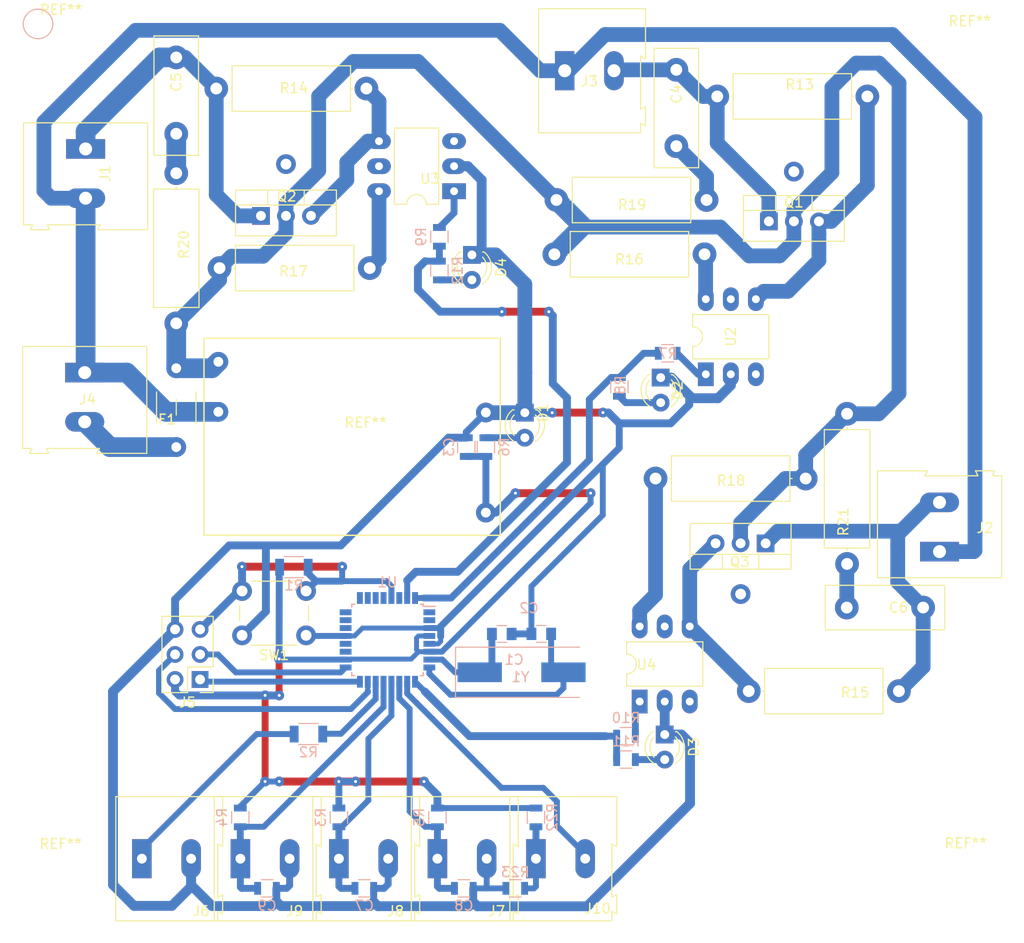
<source format=kicad_pcb>
(kicad_pcb (version 20171130) (host pcbnew "(5.1.10)-1")
  (layers (0 F.Cu signal) (31 B.Cu signal) (34 B.Paste user hide) (35 F.Paste user hide) (36 B.SilkS user hide) (37 F.SilkS user) (38 B.Mask user hide) (39 F.Mask user hide) (44 Edge.Cuts user hide))
  (net 0 "")
  (net 1 "Net-(C1-Pad1)")
  (net 2 Earth)
  (net 3 "Net-(C2-Pad1)")
  (net 4 +5V)
  (net 5 "Net-(C4-Pad2)")
  (net 6 /Pump)
  (net 7 /Valve)
  (net 8 "Net-(C5-Pad2)")
  (net 9 "Net-(C6-Pad2)")
  (net 10 /Motor)
  (net 11 /Button)
  (net 12 /Switch)
  (net 13 /Float)
  (net 14 "Net-(D1-Pad2)")
  (net 15 "Net-(F1-Pad1)")
  (net 16 /RST)
  (net 17 /MOSI)
  (net 18 /SCK)
  (net 19 /MISO)
  (net 20 /Led)
  (net 21 "Net-(J10-Pad1)")
  (net 22 "Net-(Q1-Pad3)")
  (net 23 "Net-(Q2-Pad3)")
  (net 24 "Net-(Q3-Pad3)")
  (net 25 "Net-(R2-Pad2)")
  (net 26 /PumpPin)
  (net 27 /MotorPin)
  (net 28 "Net-(U1-Pad28)")
  (net 29 "Net-(U1-Pad27)")
  (net 30 "Net-(U1-Pad26)")
  (net 31 "Net-(U1-Pad25)")
  (net 32 "Net-(U1-Pad24)")
  (net 33 "Net-(U1-Pad23)")
  (net 34 "Net-(U2-Pad5)")
  (net 35 "Net-(U2-Pad3)")
  (net 36 "Net-(U3-Pad3)")
  (net 37 "Net-(U3-Pad5)")
  (net 38 "Net-(U4-Pad3)")
  (net 39 "Net-(U4-Pad5)")
  (net 40 /220_In1)
  (net 41 /220_In2)
  (net 42 "Net-(R7-Pad1)")
  (net 43 "Net-(U1-Pad22)")
  (net 44 "Net-(U1-Pad20)")
  (net 45 "Net-(U1-Pad19)")
  (net 46 "Net-(U1-Pad1)")
  (net 47 /ValvePin)
  (net 48 /PD6)
  (net 49 "Net-(U1-Pad30)")
  (net 50 "Net-(U1-Pad2)")
  (net 51 "Net-(D2-Pad2)")
  (net 52 "Net-(D3-Pad2)")
  (net 53 "Net-(D4-Pad2)")
  (net 54 "Net-(R9-Pad1)")
  (net 55 "Net-(R10-Pad1)")
  (net 56 "Net-(R16-Pad2)")
  (net 57 "Net-(R17-Pad2)")
  (net 58 "Net-(R18-Pad2)")
  (module Housings_DIP:DIP-6_W7.62mm_LongPads (layer F.Cu) (at 74.9 82.57 90)
    (fp_text reference U4 (at 3.73 0.69 180) (layer F.SilkS))
    (fp_text value MOC3023M)
    (pad 1 thru_hole rect (at 0 0 90) (size 2.4 1.6) (drill 0.8) (layers *.Cu *.Mask) (net 55 "Net-(R10-Pad1)"))
    (pad 4 thru_hole oval (at 7.62 5.08 90) (size 2.4 1.6) (drill 0.8) (layers *.Cu *.Mask) (net 24 "Net-(Q3-Pad3)"))
    (pad 2 thru_hole oval (at 0 2.54 90) (size 2.4 1.6) (drill 0.8) (layers *.Cu *.Mask) (net 2 Earth))
    (pad 5 thru_hole oval (at 7.62 2.54 90) (size 2.4 1.6) (drill 0.8) (layers *.Cu *.Mask) (net 39 "Net-(U4-Pad5)"))
    (pad 3 thru_hole oval (at 0 5.08 90) (size 2.4 1.6) (drill 0.8) (layers *.Cu *.Mask) (net 38 "Net-(U4-Pad3)"))
    (pad 6 thru_hole oval (at 7.62 0 90) (size 2.4 1.6) (drill 0.8) (layers *.Cu *.Mask) (net 58 "Net-(R18-Pad2)"))
  )
  (module Housings_DIP:DIP-6_W7.62mm_LongPads (layer F.Cu) (at 81.61 49.35 90)
    (fp_text reference U2 (at 3.8 2.54 90) (layer F.SilkS))
    (fp_text value MOC3023M)
    (pad 1 thru_hole rect (at 0 0 90) (size 2.4 1.6) (drill 0.8) (layers *.Cu *.Mask) (net 42 "Net-(R7-Pad1)"))
    (pad 4 thru_hole oval (at 7.62 5.08 90) (size 2.4 1.6) (drill 0.8) (layers *.Cu *.Mask) (net 22 "Net-(Q1-Pad3)"))
    (pad 2 thru_hole oval (at 0 2.54 90) (size 2.4 1.6) (drill 0.8) (layers *.Cu *.Mask) (net 2 Earth))
    (pad 5 thru_hole oval (at 7.62 2.54 90) (size 2.4 1.6) (drill 0.8) (layers *.Cu *.Mask) (net 34 "Net-(U2-Pad5)"))
    (pad 3 thru_hole oval (at 0 5.08 90) (size 2.4 1.6) (drill 0.8) (layers *.Cu *.Mask) (net 35 "Net-(U2-Pad3)"))
    (pad 6 thru_hole oval (at 7.62 0 90) (size 2.4 1.6) (drill 0.8) (layers *.Cu *.Mask) (net 56 "Net-(R16-Pad2)"))
  )
  (module Housings_DIP:DIP-6_W7.62mm_LongPads (layer F.Cu) (at 56.06 30.77 180)
    (fp_text reference U3 (at 2.44 1.26) (layer F.SilkS))
    (fp_text value MOC3023M)
    (pad 1 thru_hole rect (at 0 0 180) (size 2.4 1.6) (drill 0.8) (layers *.Cu *.Mask) (net 54 "Net-(R9-Pad1)"))
    (pad 4 thru_hole oval (at 7.62 5.08 180) (size 2.4 1.6) (drill 0.8) (layers *.Cu *.Mask) (net 23 "Net-(Q2-Pad3)"))
    (pad 2 thru_hole oval (at 0 2.54 180) (size 2.4 1.6) (drill 0.8) (layers *.Cu *.Mask) (net 2 Earth))
    (pad 5 thru_hole oval (at 7.62 2.54 180) (size 2.4 1.6) (drill 0.8) (layers *.Cu *.Mask) (net 37 "Net-(U3-Pad5)"))
    (pad 3 thru_hole oval (at 0 5.08 180) (size 2.4 1.6) (drill 0.8) (layers *.Cu *.Mask) (net 36 "Net-(U3-Pad3)"))
    (pad 6 thru_hole oval (at 7.62 0 180) (size 2.4 1.6) (drill 0.8) (layers *.Cu *.Mask) (net 57 "Net-(R17-Pad2)"))
  )
  (module Mounting_Holes:MountingHole_3.2mm_M3_DIN965 (layer F.Cu) (at 107.98 100.75)
    (fp_text reference REF** (at 0 -3.8) (layer F.SilkS))
    (fp_text value .)
    (pad 1 np_thru_hole circle (at 0 0) (size 3.2 3.2) (drill 3.2) (layers *.Cu *.Mask))
  )
  (module Mounting_Holes:MountingHole_3.2mm_M3_DIN965 (layer F.Cu) (at 16.12 100.82)
    (fp_text reference REF** (at 0 -3.8) (layer F.SilkS))
    (fp_text value .)
    (pad 1 np_thru_hole circle (at 0 0) (size 3.2 3.2) (drill 3.2) (layers *.Cu *.Mask))
  )
  (module LEDs:LED_D3.0mm (layer F.Cu) (at 77.03 49.69 270)
    (fp_text reference D2 (at 1.3 -1.71 90) (layer F.SilkS))
    (fp_text value LED)
    (pad 2 thru_hole circle (at 2.54 0 270) (size 1.8 1.8) (drill 0.9) (layers *.Cu *.Mask) (net 51 "Net-(D2-Pad2)"))
    (pad 1 thru_hole rect (at 0 0 270) (size 1.8 1.8) (drill 0.9) (layers *.Cu *.Mask) (net 2 Earth))
  )
  (module Resistors_SMD:R_0805 (layer B.Cu) (at 72.84 50.63 90)
    (fp_text reference R8 (at 0.19 0.1 90) (layer B.SilkS) (effects (justify mirror)))
    (fp_text value 220)
    (pad 1 smd rect (at -0.95 0 90) (size 0.7 1.3) (layers B.Cu B.Paste B.Mask) (net 51 "Net-(D2-Pad2)"))
    (pad 2 smd rect (at 0.95 0 90) (size 0.7 1.3) (layers B.Cu B.Paste B.Mask) (net 26 /PumpPin))
  )
  (module Resistors_SMD:R_0805 (layer B.Cu) (at 77.74 47.22 180)
    (fp_text reference R7 (at -0.02 -0.02) (layer B.SilkS) (effects (justify mirror)))
    (fp_text value 220)
    (pad 1 smd rect (at -0.95 0 180) (size 0.7 1.3) (layers B.Cu B.Paste B.Mask) (net 42 "Net-(R7-Pad1)"))
    (pad 2 smd rect (at 0.95 0 180) (size 0.7 1.3) (layers B.Cu B.Paste B.Mask) (net 26 /PumpPin))
  )
  (module Mounting_Holes:MountingHole_3.2mm_M3_DIN965 (layer F.Cu) (at 107.82 16.01)
    (fp_text reference REF** (at 0.57 -2.5) (layer F.SilkS))
    (fp_text value .)
    (pad 1 np_thru_hole circle (at 0 0) (size 3.2 3.2) (drill 3.2) (layers *.Cu *.Mask))
  )
  (module Mounting_Holes:MountingHole_3.2mm_M3_DIN965 (layer F.Cu) (at 16.18 16.15)
    (fp_text reference REF** (at 0 -3.8) (layer F.SilkS))
    (fp_text value .)
    (pad 1 np_thru_hole circle (at 0 0) (size 3.2 3.2) (drill 3.2) (layers *.Cu *.Mask))
  )
  (module Resistors_SMD:R_0805 (layer B.Cu) (at 54.57 38.82 90)
    (fp_text reference R12 (at 0 1.85 90) (layer B.SilkS) (effects (justify mirror)))
    (fp_text value 220)
    (pad 1 smd rect (at -0.95 0 90) (size 0.7 1.3) (layers B.Cu B.Paste B.Mask) (net 53 "Net-(D4-Pad2)"))
    (pad 2 smd rect (at 0.95 0 90) (size 0.7 1.3) (layers B.Cu B.Paste B.Mask) (net 47 /ValvePin))
  )
  (module Resistors_SMD:R_0805 (layer B.Cu) (at 54.57 35.4 270)
    (fp_text reference R9 (at 0 1.85 90) (layer B.SilkS) (effects (justify mirror)))
    (fp_text value 220)
    (pad 1 smd rect (at -0.95 0 270) (size 0.7 1.3) (layers B.Cu B.Paste B.Mask) (net 54 "Net-(R9-Pad1)"))
    (pad 2 smd rect (at 0.95 0 270) (size 0.7 1.3) (layers B.Cu B.Paste B.Mask) (net 47 /ValvePin))
  )
  (module LEDs:LED_D3.0mm (layer F.Cu) (at 57.87 37.23 270)
    (fp_text reference D4 (at 1.27 -2.96 90) (layer F.SilkS))
    (fp_text value LED)
    (pad 2 thru_hole circle (at 2.54 0 270) (size 1.8 1.8) (drill 0.9) (layers *.Cu *.Mask) (net 53 "Net-(D4-Pad2)"))
    (pad 1 thru_hole rect (at 0 0 270) (size 1.8 1.8) (drill 0.9) (layers *.Cu *.Mask) (net 2 Earth))
  )
  (module Resistors_SMD:R_0805 (layer B.Cu) (at 34.36 94.33 270)
    (fp_text reference R4 (at 0 1.85 90) (layer B.SilkS) (effects (justify mirror)))
    (fp_text value 150k)
    (pad 2 smd rect (at 0.95 0 270) (size 0.7 1.3) (layers B.Cu B.Paste B.Mask) (net 11 /Button))
    (pad 1 smd rect (at -0.95 0 270) (size 0.7 1.3) (layers B.Cu B.Paste B.Mask) (net 4 +5V))
  )
  (module Resistors_SMD:R_0805 (layer B.Cu) (at 37.07 101.53)
    (fp_text reference C9 (at 0 1.75) (layer B.SilkS) (effects (justify mirror)))
    (fp_text value 0.33uF)
    (pad 2 smd rect (at 0.95 0) (size 0.7 1.3) (layers B.Cu B.Paste B.Mask) (net 2 Earth))
    (pad 1 smd rect (at -0.95 0) (size 0.7 1.3) (layers B.Cu B.Paste B.Mask) (net 11 /Button))
  )
  (module Resistors_SMD:R_0805 (layer B.Cu) (at 46.95 101.53)
    (fp_text reference C7 (at 0 1.75) (layer B.SilkS) (effects (justify mirror)))
    (fp_text value 0.33uF)
    (pad 2 smd rect (at 0.95 0) (size 0.7 1.3) (layers B.Cu B.Paste B.Mask) (net 2 Earth))
    (pad 1 smd rect (at -0.95 0) (size 0.7 1.3) (layers B.Cu B.Paste B.Mask) (net 12 /Switch))
  )
  (module Resistors_SMD:R_0805 (layer B.Cu) (at 57.05 101.53)
    (fp_text reference C8 (at 0 1.75) (layer B.SilkS) (effects (justify mirror)))
    (fp_text value 0.33uF)
    (pad 2 smd rect (at 0.95 0) (size 0.7 1.3) (layers B.Cu B.Paste B.Mask) (net 2 Earth))
    (pad 1 smd rect (at -0.95 0) (size 0.7 1.3) (layers B.Cu B.Paste B.Mask) (net 13 /Float))
  )
  (module Connectors_Terminal_Blocks:TerminalBlock_Altech_AK300-2_P5.00mm (layer F.Cu) (at 54.37 98.52)
    (fp_text reference J7 (at 6.018 5.316) (layer F.SilkS))
    (fp_text value FloatOUT)
    (pad 1 thru_hole rect (at 0 0) (size 1.98 3.96) (drill 1) (layers *.Cu *.Mask) (net 13 /Float))
    (pad 2 thru_hole oval (at 5 0) (size 1.98 3.96) (drill 1) (layers *.Cu *.Mask) (net 2 Earth))
  )
  (module Resistors_SMD:R_0805 (layer B.Cu) (at 44.37 94.33 270)
    (fp_text reference R3 (at 0 1.85 90) (layer B.SilkS) (effects (justify mirror)))
    (fp_text value 150k)
    (pad 2 smd rect (at 0.95 0 270) (size 0.7 1.3) (layers B.Cu B.Paste B.Mask) (net 12 /Switch))
    (pad 1 smd rect (at -0.95 0 270) (size 0.7 1.3) (layers B.Cu B.Paste B.Mask) (net 4 +5V))
  )
  (module Resistors_SMD:R_0805 (layer B.Cu) (at 64.37 94.33 90)
    (fp_text reference R22 (at 0 1.65 90) (layer B.SilkS) (effects (justify mirror)))
    (fp_text value R hide)
    (pad 1 smd rect (at -0.95 0 90) (size 0.7 1.3) (layers B.Cu B.Paste B.Mask) (net 21 "Net-(J10-Pad1)"))
    (pad 2 smd rect (at 0.95 0 90) (size 0.7 1.3) (layers B.Cu B.Paste B.Mask) (net 4 +5V))
  )
  (module Resistors_SMD:R_0805 (layer B.Cu) (at 54.37 94.33 270)
    (fp_text reference R5 (at 0 1.85 90) (layer B.SilkS) (effects (justify mirror)))
    (fp_text value 150k)
    (pad 2 smd rect (at 0.95 0 270) (size 0.7 1.3) (layers B.Cu B.Paste B.Mask) (net 13 /Float))
    (pad 1 smd rect (at -0.95 0 270) (size 0.7 1.3) (layers B.Cu B.Paste B.Mask) (net 4 +5V))
  )
  (module Connectors_Terminal_Blocks:TerminalBlock_Altech_AK300-2_P5.00mm (layer F.Cu) (at 34.37 98.52)
    (fp_text reference J9 (at 5.51 5.316) (layer F.SilkS))
    (fp_text value ButtonOUT)
    (pad 2 thru_hole oval (at 5 0) (size 1.98 3.96) (drill 1) (layers *.Cu *.Mask) (net 2 Earth))
    (pad 1 thru_hole rect (at 0 0) (size 1.98 3.96) (drill 1) (layers *.Cu *.Mask) (net 11 /Button))
  )
  (module Connectors_Terminal_Blocks:TerminalBlock_Altech_AK300-2_P5.00mm (layer F.Cu) (at 24.37 98.52)
    (fp_text reference J6 (at 6.018 5.316) (layer F.SilkS))
    (fp_text value LedOUT)
    (pad 2 thru_hole oval (at 5 0) (size 1.98 3.96) (drill 1) (layers *.Cu *.Mask) (net 2 Earth))
    (pad 1 thru_hole rect (at 0 0) (size 1.98 3.96) (drill 1) (layers *.Cu *.Mask) (net 20 /Led))
  )
  (module Connectors_Terminal_Blocks:TerminalBlock_Altech_AK300-2_P5.00mm (layer F.Cu) (at 44.37 98.52)
    (fp_text reference J8 (at 5.764 5.316) (layer F.SilkS))
    (fp_text value SwitchOUT)
    (pad 1 thru_hole rect (at 0 0) (size 1.98 3.96) (drill 1) (layers *.Cu *.Mask) (net 12 /Switch))
    (pad 2 thru_hole oval (at 5 0) (size 1.98 3.96) (drill 1) (layers *.Cu *.Mask) (net 2 Earth))
  )
  (module Resistors_SMD:R_0805 (layer B.Cu) (at 62.27 101.53 180)
    (fp_text reference R23 (at 0 1.65) (layer B.SilkS) (effects (justify mirror)))
    (fp_text value R hide)
    (pad 1 smd rect (at -0.95 0 180) (size 0.7 1.3) (layers B.Cu B.Paste B.Mask) (net 21 "Net-(J10-Pad1)"))
    (pad 2 smd rect (at 0.95 0 180) (size 0.7 1.3) (layers B.Cu B.Paste B.Mask) (net 2 Earth))
  )
  (module Connectors_Terminal_Blocks:TerminalBlock_Altech_AK300-2_P5.00mm (layer F.Cu) (at 64.37 98.52)
    (fp_text reference J10 (at 6.272 5.062) (layer F.SilkS))
    (fp_text value PD6)
    (pad 2 thru_hole oval (at 5 0) (size 1.98 3.96) (drill 1) (layers *.Cu *.Mask) (net 48 /PD6))
    (pad 1 thru_hole rect (at 0 0) (size 1.98 3.96) (drill 1) (layers *.Cu *.Mask) (net 21 "Net-(J10-Pad1)"))
  )
  (module Resistors_SMD:R_1206 (layer B.Cu) (at 39.8 68.93)
    (fp_text reference R1 (at 0 1.85) (layer B.SilkS) (effects (justify mirror)))
    (fp_text value 10k)
    (pad 1 smd rect (at -1.45 0) (size 0.9 1.7) (layers B.Cu B.Paste B.Mask) (net 4 +5V))
    (pad 2 smd rect (at 1.45 0) (size 0.9 1.7) (layers B.Cu B.Paste B.Mask) (net 16 /RST))
  )
  (module Pin_Headers:Pin_Header_Straight_2x03_Pitch2.54mm (layer F.Cu) (at 30.28 80.33 180)
    (fp_text reference J5 (at 1.27 -2.33) (layer F.SilkS))
    (fp_text value ISCP)
    (pad 6 thru_hole oval (at 2.54 5.08 180) (size 1.7 1.7) (drill 1) (layers *.Cu *.Mask) (net 2 Earth))
    (pad 5 thru_hole oval (at 0 5.08 180) (size 1.7 1.7) (drill 1) (layers *.Cu *.Mask) (net 16 /RST))
    (pad 4 thru_hole oval (at 2.54 2.54 180) (size 1.7 1.7) (drill 1) (layers *.Cu *.Mask) (net 17 /MOSI))
    (pad 3 thru_hole oval (at 0 2.54 180) (size 1.7 1.7) (drill 1) (layers *.Cu *.Mask) (net 18 /SCK))
    (pad 2 thru_hole oval (at 2.54 0 180) (size 1.7 1.7) (drill 1) (layers *.Cu *.Mask) (net 4 +5V))
    (pad 1 thru_hole rect (at 0 0 180) (size 1.7 1.7) (drill 1) (layers *.Cu *.Mask) (net 19 /MISO))
  )
  (module Crystals:Crystal_SMD_HC49-SD (layer B.Cu) (at 62.91 79.6)
    (fp_text reference Y1 (at -0.11 0.48 180) (layer B.SilkS) (effects (justify mirror)))
    (fp_text value 16MHz)
    (pad 2 smd rect (at 4.25 0) (size 4.5 2) (layers B.Cu B.Paste B.Mask) (net 3 "Net-(C2-Pad1)"))
    (pad 1 smd rect (at -4.25 0) (size 4.5 2) (layers B.Cu B.Paste B.Mask) (net 1 "Net-(C1-Pad1)"))
  )
  (module Housings_QFP:LQFP-32_7x7mm_Pitch0.8mm (layer B.Cu) (at 49.3 76.31 180)
    (fp_text reference U1 (at 0 5.85) (layer B.SilkS) (effects (justify mirror)))
    (fp_text value ATmega8A-AU)
    (pad 32 smd rect (at -2.8 4.25 90) (size 1.2 0.6) (layers B.Cu B.Paste B.Mask) (net 26 /PumpPin))
    (pad 31 smd rect (at -2 4.25 90) (size 1.2 0.6) (layers B.Cu B.Paste B.Mask) (net 47 /ValvePin))
    (pad 30 smd rect (at -1.2 4.25 90) (size 1.2 0.6) (layers B.Cu B.Paste B.Mask) (net 49 "Net-(U1-Pad30)"))
    (pad 29 smd rect (at -0.4 4.25 90) (size 1.2 0.6) (layers B.Cu B.Paste B.Mask) (net 16 /RST))
    (pad 28 smd rect (at 0.4 4.25 90) (size 1.2 0.6) (layers B.Cu B.Paste B.Mask) (net 28 "Net-(U1-Pad28)"))
    (pad 27 smd rect (at 1.2 4.25 90) (size 1.2 0.6) (layers B.Cu B.Paste B.Mask) (net 29 "Net-(U1-Pad27)"))
    (pad 26 smd rect (at 2 4.25 90) (size 1.2 0.6) (layers B.Cu B.Paste B.Mask) (net 30 "Net-(U1-Pad26)"))
    (pad 25 smd rect (at 2.8 4.25 90) (size 1.2 0.6) (layers B.Cu B.Paste B.Mask) (net 31 "Net-(U1-Pad25)"))
    (pad 24 smd rect (at 4.25 2.8 180) (size 1.2 0.6) (layers B.Cu B.Paste B.Mask) (net 32 "Net-(U1-Pad24)"))
    (pad 23 smd rect (at 4.25 2 180) (size 1.2 0.6) (layers B.Cu B.Paste B.Mask) (net 33 "Net-(U1-Pad23)"))
    (pad 22 smd rect (at 4.25 1.2 180) (size 1.2 0.6) (layers B.Cu B.Paste B.Mask) (net 43 "Net-(U1-Pad22)"))
    (pad 21 smd rect (at 4.25 0.4 180) (size 1.2 0.6) (layers B.Cu B.Paste B.Mask) (net 2 Earth))
    (pad 20 smd rect (at 4.25 -0.4 180) (size 1.2 0.6) (layers B.Cu B.Paste B.Mask) (net 44 "Net-(U1-Pad20)"))
    (pad 19 smd rect (at 4.25 -1.2 180) (size 1.2 0.6) (layers B.Cu B.Paste B.Mask) (net 45 "Net-(U1-Pad19)"))
    (pad 18 smd rect (at 4.25 -2 180) (size 1.2 0.6) (layers B.Cu B.Paste B.Mask) (net 4 +5V))
    (pad 17 smd rect (at 4.25 -2.8 180) (size 1.2 0.6) (layers B.Cu B.Paste B.Mask) (net 18 /SCK))
    (pad 16 smd rect (at 2.8 -4.25 90) (size 1.2 0.6) (layers B.Cu B.Paste B.Mask) (net 19 /MISO))
    (pad 15 smd rect (at 2 -4.25 90) (size 1.2 0.6) (layers B.Cu B.Paste B.Mask) (net 17 /MOSI))
    (pad 14 smd rect (at 1.2 -4.25 90) (size 1.2 0.6) (layers B.Cu B.Paste B.Mask) (net 25 "Net-(R2-Pad2)"))
    (pad 13 smd rect (at 0.4 -4.25 90) (size 1.2 0.6) (layers B.Cu B.Paste B.Mask) (net 11 /Button))
    (pad 12 smd rect (at -0.4 -4.25 90) (size 1.2 0.6) (layers B.Cu B.Paste B.Mask) (net 12 /Switch))
    (pad 11 smd rect (at -1.2 -4.25 90) (size 1.2 0.6) (layers B.Cu B.Paste B.Mask) (net 13 /Float))
    (pad 10 smd rect (at -2 -4.25 90) (size 1.2 0.6) (layers B.Cu B.Paste B.Mask) (net 48 /PD6))
    (pad 9 smd rect (at -2.8 -4.25 90) (size 1.2 0.6) (layers B.Cu B.Paste B.Mask) (net 27 /MotorPin))
    (pad 8 smd rect (at -4.25 -2.8 180) (size 1.2 0.6) (layers B.Cu B.Paste B.Mask) (net 3 "Net-(C2-Pad1)"))
    (pad 7 smd rect (at -4.25 -2 180) (size 1.2 0.6) (layers B.Cu B.Paste B.Mask) (net 1 "Net-(C1-Pad1)"))
    (pad 6 smd rect (at -4.25 -1.2 180) (size 1.2 0.6) (layers B.Cu B.Paste B.Mask) (net 4 +5V))
    (pad 5 smd rect (at -4.25 -0.4 180) (size 1.2 0.6) (layers B.Cu B.Paste B.Mask) (net 2 Earth))
    (pad 4 smd rect (at -4.25 0.4 180) (size 1.2 0.6) (layers B.Cu B.Paste B.Mask) (net 4 +5V))
    (pad 3 smd rect (at -4.25 1.2 180) (size 1.2 0.6) (layers B.Cu B.Paste B.Mask) (net 2 Earth))
    (pad 2 smd rect (at -4.25 2 180) (size 1.2 0.6) (layers B.Cu B.Paste B.Mask) (net 50 "Net-(U1-Pad2)"))
    (pad 1 smd rect (at -4.25 2.8 180) (size 1.2 0.6) (layers B.Cu B.Paste B.Mask) (net 46 "Net-(U1-Pad1)"))
  )
  (module Buttons_Switches_THT:SW_PUSH_6mm (layer F.Cu) (at 41.04 75.85 180)
    (fp_text reference SW1 (at 3.25 -2) (layer F.SilkS))
    (fp_text value SW_Push)
    (pad 1 thru_hole circle (at 6.5 0 270) (size 2 2) (drill 1.1) (layers *.Cu *.Mask) (net 2 Earth))
    (pad 2 thru_hole circle (at 6.5 4.5 270) (size 2 2) (drill 1.1) (layers *.Cu *.Mask) (net 16 /RST))
    (pad 1 thru_hole circle (at 0 0 270) (size 2 2) (drill 1.1) (layers *.Cu *.Mask) (net 2 Earth))
    (pad 2 thru_hole circle (at 0 4.5 270) (size 2 2) (drill 1.1) (layers *.Cu *.Mask) (net 16 /RST))
  )
  (module Resistors_SMD:R_1206 (layer B.Cu) (at 41.28 85.87)
    (fp_text reference R2 (at 0 1.85) (layer B.SilkS) (effects (justify mirror)))
    (fp_text value 270)
    (pad 1 smd rect (at -1.45 0) (size 0.9 1.7) (layers B.Cu B.Paste B.Mask) (net 20 /Led))
    (pad 2 smd rect (at 1.45 0) (size 0.9 1.7) (layers B.Cu B.Paste B.Mask) (net 25 "Net-(R2-Pad2)"))
  )
  (module Capacitors_SMD:C_0805 (layer B.Cu) (at 64.91 75.7 180)
    (fp_text reference C2 (at 1.25 2.61 180) (layer B.SilkS) (effects (justify mirror)))
    (fp_text value 22p)
    (pad 1 smd rect (at -1 0 180) (size 1 1.25) (layers B.Cu B.Paste B.Mask) (net 3 "Net-(C2-Pad1)"))
    (pad 2 smd rect (at 1 0 180) (size 1 1.25) (layers B.Cu B.Paste B.Mask) (net 2 Earth))
  )
  (module Capacitors_SMD:C_0805 (layer B.Cu) (at 60.9 75.71)
    (fp_text reference C1 (at 1.25 2.61 180) (layer B.SilkS) (effects (justify mirror)))
    (fp_text value 22p)
    (pad 1 smd rect (at -1 0) (size 1 1.25) (layers B.Cu B.Paste B.Mask) (net 1 "Net-(C1-Pad1)"))
    (pad 2 smd rect (at 1 0) (size 1 1.25) (layers B.Cu B.Paste B.Mask) (net 2 Earth))
  )
  (module Capacitors_THT:C_Disc_D12.0mm_W4.4mm_P7.75mm (layer F.Cu) (at 78.62 18.45 270)
    (fp_text reference C4 (at 2.46 -0.02 90) (layer F.SilkS))
    (fp_text value 0.01uF)
    (pad 1 thru_hole circle (at 0 0 270) (size 2.4 2.4) (drill 1.2) (layers *.Cu *.Mask) (net 6 /Pump))
    (pad 2 thru_hole circle (at 7.75 0 270) (size 2.4 2.4) (drill 1.2) (layers *.Cu *.Mask) (net 5 "Net-(C4-Pad2)"))
  )
  (module Capacitors_THT:C_Disc_D12.0mm_W4.4mm_P7.75mm (layer F.Cu) (at 27.86 17.19 270)
    (fp_text reference C5 (at 2.498 -0.002 90) (layer F.SilkS))
    (fp_text value 0.01uF)
    (pad 1 thru_hole circle (at 0 0 270) (size 2.4 2.4) (drill 1.2) (layers *.Cu *.Mask) (net 7 /Valve))
    (pad 2 thru_hole circle (at 7.75 0 270) (size 2.4 2.4) (drill 1.2) (layers *.Cu *.Mask) (net 8 "Net-(C5-Pad2)"))
  )
  (module Capacitors_THT:C_Disc_D12.0mm_W4.4mm_P7.75mm (layer F.Cu) (at 103.67 73.03 180)
    (fp_text reference C6 (at 2.5 0) (layer F.SilkS))
    (fp_text value 0.01uF)
    (pad 2 thru_hole circle (at 7.75 0 180) (size 2.4 2.4) (drill 1.2) (layers *.Cu *.Mask) (net 9 "Net-(C6-Pad2)"))
    (pad 1 thru_hole circle (at 0 0 180) (size 2.4 2.4) (drill 1.2) (layers *.Cu *.Mask) (net 10 /Motor))
  )
  (module "Library:BP pod vpaiky" (layer F.Cu) (at 60.744 65.694 180)
    (fp_text reference REF** (at 13.6728 11.436 180) (layer F.SilkS))
    (fp_text value BP_12V)
    (pad 1 thru_hole circle (at 28.61 17.61 180) (size 2 2) (drill 1) (layers *.Cu *.Mask) (net 40 /220_In1))
    (pad 2 thru_hole circle (at 28.61 12.53 180) (size 2 2) (drill 1) (layers *.Cu *.Mask) (net 41 /220_In2))
    (pad 3 thru_hole circle (at 1.46 2.3 180) (size 2 2) (drill 1) (layers *.Cu *.Mask) (net 4 +5V))
    (pad 4 thru_hole circle (at 1.46 12.46 180) (size 2 2) (drill 1) (layers *.Cu *.Mask) (net 2 Earth))
  )
  (module Resistors_SMD:R_0805 (layer B.Cu) (at 73.51 88.46 180)
    (fp_text reference R11 (at 0 1.85) (layer B.SilkS) (effects (justify mirror)))
    (fp_text value 220)
    (pad 1 smd rect (at -0.95 0 180) (size 0.7 1.3) (layers B.Cu B.Paste B.Mask) (net 52 "Net-(D3-Pad2)"))
    (pad 2 smd rect (at 0.95 0 180) (size 0.7 1.3) (layers B.Cu B.Paste B.Mask) (net 27 /MotorPin))
  )
  (module Resistors_SMD:R_0805 (layer B.Cu) (at 73.51 86.08 180)
    (fp_text reference R10 (at 0 1.85) (layer B.SilkS) (effects (justify mirror)))
    (fp_text value 220)
    (pad 1 smd rect (at -0.95 0 180) (size 0.7 1.3) (layers B.Cu B.Paste B.Mask) (net 55 "Net-(R10-Pad1)"))
    (pad 2 smd rect (at 0.95 0 180) (size 0.7 1.3) (layers B.Cu B.Paste B.Mask) (net 27 /MotorPin))
  )
  (module Resistors_SMD:R_0805 (layer B.Cu) (at 57.3 56.74 270)
    (fp_text reference C3 (at 0 1.75 90) (layer B.SilkS) (effects (justify mirror)))
    (fp_text value 100nF)
    (pad 1 smd rect (at -0.95 0 270) (size 0.7 1.3) (layers B.Cu B.Paste B.Mask) (net 2 Earth))
    (pad 2 smd rect (at 0.95 0 270) (size 0.7 1.3) (layers B.Cu B.Paste B.Mask) (net 4 +5V))
  )
  (module Resistors_SMD:R_0805 (layer B.Cu) (at 59.29 56.74 90)
    (fp_text reference R6 (at 0 1.85 90) (layer B.SilkS) (effects (justify mirror)))
    (fp_text value 270)
    (pad 1 smd rect (at -0.95 0 90) (size 0.7 1.3) (layers B.Cu B.Paste B.Mask) (net 4 +5V))
    (pad 2 smd rect (at 0.95 0 90) (size 0.7 1.3) (layers B.Cu B.Paste B.Mask) (net 14 "Net-(D1-Pad2)"))
  )
  (module LEDs:LED_D3.0mm (layer F.Cu) (at 77.44 85.92 270)
    (fp_text reference D3 (at 1.27 -2.96 90) (layer F.SilkS))
    (fp_text value LED)
    (pad 2 thru_hole circle (at 2.54 0 270) (size 1.8 1.8) (drill 0.9) (layers *.Cu *.Mask) (net 52 "Net-(D3-Pad2)"))
    (pad 1 thru_hole rect (at 0 0 270) (size 1.8 1.8) (drill 0.9) (layers *.Cu *.Mask) (net 2 Earth))
  )
  (module LEDs:LED_D3.0mm (layer F.Cu) (at 63.24 53.25 270)
    (fp_text reference D1 (at 0 -1.85 90) (layer F.SilkS))
    (fp_text value LED)
    (pad 1 thru_hole rect (at 0 0 270) (size 1.8 1.8) (drill 0.9) (layers *.Cu *.Mask) (net 2 Earth))
    (pad 2 thru_hole circle (at 2.54 0 270) (size 1.8 1.8) (drill 0.9) (layers *.Cu *.Mask) (net 14 "Net-(D1-Pad2)"))
  )
  (module Measurement_Points:Measurement_Point_Round-TH_Big (layer F.Cu) (at 38.998 28.022 270)
    (fp_text reference REF** hide)
    (fp_text value " ")
    (pad 1 thru_hole circle (at 0 0 270) (size 2 2) (drill 1.1) (layers *.Cu *.Mask))
  )
  (module Measurement_Points:Measurement_Point_Round-TH_Big (layer F.Cu) (at 90.55 28.78 270)
    (fp_text reference REF** hide)
    (fp_text value " ")
    (pad 1 thru_hole circle (at 0 0 270) (size 2 2) (drill 1.1) (layers *.Cu *.Mask))
  )
  (module TO_SOT_Packages_THT:TO-220-3_Vertical (layer F.Cu) (at 88.01 33.83)
    (fp_text reference Q1 (at 2.525 -1.925) (layer F.SilkS))
    (fp_text value BT136)
    (pad 3 thru_hole oval (at 5.08 0) (size 1.8 1.8) (drill 1) (layers *.Cu *.Mask) (net 22 "Net-(Q1-Pad3)"))
    (pad 2 thru_hole oval (at 2.54 0) (size 1.8 1.8) (drill 1) (layers *.Cu *.Mask) (net 40 /220_In1))
    (pad 1 thru_hole rect (at 0 0) (size 1.8 1.8) (drill 1) (layers *.Cu *.Mask) (net 6 /Pump))
  )
  (module Resistors_THT:R_Axial_DIN0414_L11.9mm_D4.5mm_P15.24mm_Horizontal (layer F.Cu) (at 81.69 31.66 180)
    (fp_text reference R19 (at 7.55 -0.47) (layer F.SilkS))
    (fp_text value 39)
    (pad 1 thru_hole circle (at 0 0 180) (size 2.4 2.4) (drill 1.2) (layers *.Cu *.Mask) (net 5 "Net-(C4-Pad2)"))
    (pad 2 thru_hole oval (at 15.24 0 180) (size 2.4 2.4) (drill 1.2) (layers *.Cu *.Mask) (net 40 /220_In1))
  )
  (module Resistors_THT:R_Axial_DIN0414_L11.9mm_D4.5mm_P15.24mm_Horizontal (layer F.Cu) (at 82.77 21.15)
    (fp_text reference R13 (at 8.375 -1.2) (layer F.SilkS))
    (fp_text value 330)
    (pad 2 thru_hole oval (at 15.24 0) (size 2.4 2.4) (drill 1.2) (layers *.Cu *.Mask) (net 22 "Net-(Q1-Pad3)"))
    (pad 1 thru_hole circle (at 0 0) (size 2.4 2.4) (drill 1.2) (layers *.Cu *.Mask) (net 6 /Pump))
  )
  (module Resistors_THT:R_Axial_DIN0414_L11.9mm_D4.5mm_P15.24mm_Horizontal (layer F.Cu) (at 66.24 37.17)
    (fp_text reference R16 (at 7.6 0.5) (layer F.SilkS))
    (fp_text value 390)
    (pad 1 thru_hole circle (at 0 0) (size 2.4 2.4) (drill 1.2) (layers *.Cu *.Mask) (net 40 /220_In1))
    (pad 2 thru_hole oval (at 15.24 0) (size 2.4 2.4) (drill 1.2) (layers *.Cu *.Mask) (net 56 "Net-(R16-Pad2)"))
  )
  (module Measurement_Points:Measurement_Point_Round-TH_Big (layer F.Cu) (at 85.144 71.662 90)
    (fp_text reference REF** hide)
    (fp_text value " ")
    (pad 1 thru_hole circle (at 0 0 90) (size 2 2) (drill 1.1) (layers *.Cu *.Mask))
  )
  (module Library:MyBladeFuse (layer F.Cu) (at 27.86 56.74 90)
    (fp_text reference F1 (at 2.8 -0.94 180) (layer F.SilkS))
    (fp_text value Fuse)
    (pad 2 thru_hole oval (at 8 0 90) (size 2 2) (drill 1) (layers *.Cu *.Mask) (net 40 /220_In1))
    (pad 1 thru_hole oval (at 0 0 90) (size 2 2) (drill 1) (layers *.Cu *.Mask) (net 15 "Net-(F1-Pad1)"))
  )
  (module Connectors_Terminal_Blocks:TerminalBlock_Altech_AK300-2_P5.00mm (layer F.Cu) (at 18.66 26.48 270)
    (fp_text reference J1 (at 2.498 -1.992 90) (layer F.SilkS))
    (fp_text value ValveOUT)
    (pad 2 thru_hole oval (at 5 0 270) (size 1.98 3.96) (drill 1.32) (layers *.Cu *.Mask) (net 41 /220_In2))
    (pad 1 thru_hole rect (at 0 0 270) (size 1.98 3.96) (drill 1.32) (layers *.Cu *.Mask) (net 7 /Valve))
  )
  (module Connectors_Terminal_Blocks:TerminalBlock_Altech_AK300-2_P5.00mm (layer F.Cu) (at 18.569 49.18 270)
    (fp_text reference J4 (at 2.72 -0.301 180) (layer F.SilkS))
    (fp_text value 220V_IN)
    (pad 2 thru_hole oval (at 5 0 270) (size 1.98 3.96) (drill 1.32) (layers *.Cu *.Mask) (net 15 "Net-(F1-Pad1)"))
    (pad 1 thru_hole rect (at 0 0 270) (size 1.98 3.96) (drill 1.32) (layers *.Cu *.Mask) (net 41 /220_In2))
  )
  (module Connectors_Terminal_Blocks:TerminalBlock_Altech_AK300-2_P5.00mm (layer F.Cu) (at 105.334 67.352 90)
    (fp_text reference J2 (at 2.402 4.616 180) (layer F.SilkS))
    (fp_text value MotorOUT)
    (pad 2 thru_hole oval (at 5 0 90) (size 1.98 3.96) (drill 1.32) (layers *.Cu *.Mask) (net 10 /Motor))
    (pad 1 thru_hole rect (at 0 0 90) (size 1.98 3.96) (drill 1.32) (layers *.Cu *.Mask) (net 41 /220_In2))
  )
  (module Connectors_Terminal_Blocks:TerminalBlock_Altech_AK300-2_P5.00mm (layer F.Cu) (at 67.29 18.54)
    (fp_text reference J3 (at 2.52 1.07) (layer F.SilkS))
    (fp_text value PumpOUT)
    (pad 1 thru_hole rect (at 0 0) (size 1.98 3.96) (drill 1.32) (layers *.Cu *.Mask) (net 41 /220_In2))
    (pad 2 thru_hole oval (at 5 0) (size 1.98 3.96) (drill 1.32) (layers *.Cu *.Mask) (net 6 /Pump))
  )
  (module TO_SOT_Packages_THT:TO-220-3_Vertical (layer F.Cu) (at 36.458 33.272)
    (fp_text reference Q2 (at 2.602 -1.972) (layer F.SilkS))
    (fp_text value BT136)
    (pad 3 thru_hole oval (at 5.08 0) (size 1.8 1.8) (drill 1) (layers *.Cu *.Mask) (net 23 "Net-(Q2-Pad3)"))
    (pad 2 thru_hole oval (at 2.54 0) (size 1.8 1.8) (drill 1) (layers *.Cu *.Mask) (net 40 /220_In1))
    (pad 1 thru_hole rect (at 0 0) (size 1.8 1.8) (drill 1) (layers *.Cu *.Mask) (net 7 /Valve))
  )
  (module TO_SOT_Packages_THT:TO-220-3_Vertical (layer F.Cu) (at 87.684 66.512 180)
    (fp_text reference Q3 (at 2.624 -1.888) (layer F.SilkS))
    (fp_text value BT136)
    (pad 3 thru_hole oval (at 5.08 0 180) (size 1.8 1.8) (drill 1) (layers *.Cu *.Mask) (net 24 "Net-(Q3-Pad3)"))
    (pad 2 thru_hole oval (at 2.54 0 180) (size 1.8 1.8) (drill 1) (layers *.Cu *.Mask) (net 40 /220_In1))
    (pad 1 thru_hole rect (at 0 0 180) (size 1.8 1.8) (drill 1) (layers *.Cu *.Mask) (net 10 /Motor))
  )
  (module Resistors_THT:R_Axial_DIN0414_L11.9mm_D4.5mm_P15.24mm_Horizontal (layer F.Cu) (at 31.92 20.35)
    (fp_text reference R14 (at 7.892 -0.042) (layer F.SilkS))
    (fp_text value 330)
    (pad 1 thru_hole circle (at 0 0) (size 2.4 2.4) (drill 1.2) (layers *.Cu *.Mask) (net 7 /Valve))
    (pad 2 thru_hole oval (at 15.24 0) (size 2.4 2.4) (drill 1.2) (layers *.Cu *.Mask) (net 23 "Net-(Q2-Pad3)"))
  )
  (module Resistors_THT:R_Axial_DIN0414_L11.9mm_D4.5mm_P15.24mm_Horizontal (layer F.Cu) (at 101.21 81.51 180)
    (fp_text reference R15 (at 4.45 -0.15) (layer F.SilkS))
    (fp_text value 330)
    (pad 2 thru_hole oval (at 15.24 0 180) (size 2.4 2.4) (drill 1.2) (layers *.Cu *.Mask) (net 24 "Net-(Q3-Pad3)"))
    (pad 1 thru_hole circle (at 0 0 180) (size 2.4 2.4) (drill 1.2) (layers *.Cu *.Mask) (net 10 /Motor))
  )
  (module Resistors_THT:R_Axial_DIN0414_L11.9mm_D4.5mm_P15.24mm_Horizontal (layer F.Cu) (at 32.258 38.572)
    (fp_text reference R17 (at 7.492 0.328) (layer F.SilkS))
    (fp_text value 390)
    (pad 1 thru_hole circle (at 0 0) (size 2.4 2.4) (drill 1.2) (layers *.Cu *.Mask) (net 40 /220_In1))
    (pad 2 thru_hole oval (at 15.24 0) (size 2.4 2.4) (drill 1.2) (layers *.Cu *.Mask) (net 57 "Net-(R17-Pad2)"))
  )
  (module Resistors_THT:R_Axial_DIN0414_L11.9mm_D4.5mm_P15.24mm_Horizontal (layer F.Cu) (at 91.749 59.932 180)
    (fp_text reference R18 (at 7.579 -0.208) (layer F.SilkS))
    (fp_text value 390)
    (pad 2 thru_hole oval (at 15.24 0 180) (size 2.4 2.4) (drill 1.2) (layers *.Cu *.Mask) (net 58 "Net-(R18-Pad2)"))
    (pad 1 thru_hole circle (at 0 0 180) (size 2.4 2.4) (drill 1.2) (layers *.Cu *.Mask) (net 40 /220_In1))
  )
  (module Resistors_THT:R_Axial_DIN0414_L11.9mm_D4.5mm_P15.24mm_Horizontal (layer F.Cu) (at 27.86 28.94 270)
    (fp_text reference R20 (at 7.24 -0.77 90) (layer F.SilkS))
    (fp_text value 39)
    (pad 2 thru_hole oval (at 15.24 0 270) (size 2.4 2.4) (drill 1.2) (layers *.Cu *.Mask) (net 40 /220_In1))
    (pad 1 thru_hole circle (at 0 0 270) (size 2.4 2.4) (drill 1.2) (layers *.Cu *.Mask) (net 8 "Net-(C5-Pad2)"))
  )
  (module Resistors_THT:R_Axial_DIN0414_L11.9mm_D4.5mm_P15.24mm_Horizontal (layer F.Cu) (at 95.949 68.602 90)
    (fp_text reference R21 (at 4.275 -0.375 90) (layer F.SilkS))
    (fp_text value 39)
    (pad 1 thru_hole circle (at 0 0 90) (size 2.4 2.4) (drill 1.2) (layers *.Cu *.Mask) (net 9 "Net-(C6-Pad2)"))
    (pad 2 thru_hole oval (at 15.24 0 90) (size 2.4 2.4) (drill 1.2) (layers *.Cu *.Mask) (net 40 /220_In1))
  )
  (gr_circle (center 13.83 13.79) (end 15.33 13.84) (layer B.SilkS) (width 0.12))
  (segment (start 59.9 75.71) (end 59.9 79.18) (width 0.7) (layer B.Cu) (net 1))
  (segment (start 54.87 78.31) (end 53.55 78.31) (width 0.6) (layer B.Cu) (net 1))
  (segment (start 58.66 79.6) (end 56.16 79.6) (width 0.6) (layer B.Cu) (net 1))
  (segment (start 56.16 79.6) (end 54.87 78.31) (width 0.6) (layer B.Cu) (net 1))
  (segment (start 59.3 53.25) (end 59.284 53.234) (width 1) (layer B.Cu) (net 2))
  (segment (start 63.24 53.25) (end 59.3 53.25) (width 1.5) (layer B.Cu) (net 2))
  (segment (start 59.284 53.234) (end 57.3 55.218) (width 0.7) (layer B.Cu) (net 2))
  (segment (start 57.3 55.218) (end 57.3 55.79) (width 0.7) (layer B.Cu) (net 2))
  (segment (start 53.55 75.11) (end 54.460002 75.11) (width 0.6) (layer B.Cu) (net 2))
  (segment (start 54.7 75.349998) (end 54.7 75.98) (width 0.7) (layer B.Cu) (net 2))
  (segment (start 63.91 75.7) (end 61.91 75.7) (width 0.7) (layer B.Cu) (net 2))
  (segment (start 41.1 75.91) (end 45.05 75.91) (width 0.6) (layer B.Cu) (net 2))
  (segment (start 41.04 75.85) (end 41.1 75.91) (width 0.6) (layer B.Cu) (net 2))
  (segment (start 46.760002 75.11) (end 45.960002 75.91) (width 0.5) (layer B.Cu) (net 2))
  (segment (start 53.55 75.11) (end 46.760002 75.11) (width 0.5) (layer B.Cu) (net 2))
  (segment (start 54.460002 75.11) (end 54.7 75.349998) (width 0.5) (layer B.Cu) (net 2))
  (segment (start 45.960002 75.91) (end 45.05 75.91) (width 0.5) (layer B.Cu) (net 2))
  (segment (start 59.28 101.53) (end 59.37 101.44) (width 0.6) (layer B.Cu) (net 2))
  (segment (start 47.9 102.92) (end 48.32 103.34) (width 1) (layer B.Cu) (net 2))
  (segment (start 38.02 102.88) (end 38.47 103.33) (width 1) (layer B.Cu) (net 2))
  (segment (start 39.37 101.23) (end 39.37 98.52) (width 0.7) (layer B.Cu) (net 2))
  (segment (start 37.57 103.33) (end 38.02 102.88) (width 1) (layer B.Cu) (net 2))
  (segment (start 48.95 101.53) (end 49.37 101.11) (width 0.7) (layer B.Cu) (net 2))
  (segment (start 49.37 101.11) (end 49.37 98.52) (width 0.7) (layer B.Cu) (net 2))
  (segment (start 47.9 101.53) (end 48.95 101.53) (width 0.7) (layer B.Cu) (net 2))
  (segment (start 47.49 103.33) (end 47.9 102.92) (width 1) (layer B.Cu) (net 2))
  (segment (start 38.02 102.88) (end 38.02 101.53) (width 0.8) (layer B.Cu) (net 2))
  (segment (start 59.46 101.53) (end 59.37 101.44) (width 0.6) (layer B.Cu) (net 2))
  (segment (start 48.32 103.34) (end 57.59 103.34) (width 1) (layer B.Cu) (net 2))
  (segment (start 58 102.93) (end 58 101.53) (width 0.8) (layer B.Cu) (net 2))
  (segment (start 58.33 101.53) (end 59.28 101.53) (width 0.6) (layer B.Cu) (net 2))
  (segment (start 31.5 103.33) (end 37.57 103.33) (width 1) (layer B.Cu) (net 2))
  (segment (start 61.32 101.53) (end 59.46 101.53) (width 0.6) (layer B.Cu) (net 2))
  (segment (start 38.02 101.53) (end 39.07 101.53) (width 0.7) (layer B.Cu) (net 2))
  (segment (start 59.37 101.44) (end 59.37 98.52) (width 0.6) (layer B.Cu) (net 2))
  (segment (start 57.59 103.34) (end 58 102.93) (width 1) (layer B.Cu) (net 2))
  (segment (start 47.9 102.92) (end 47.9 101.53) (width 0.7) (layer B.Cu) (net 2))
  (segment (start 38.47 103.33) (end 47.49 103.33) (width 1) (layer B.Cu) (net 2))
  (segment (start 39.07 101.53) (end 39.37 101.23) (width 0.7) (layer B.Cu) (net 2))
  (segment (start 58 102.93) (end 58.42 103.35) (width 1) (layer B.Cu) (net 2))
  (segment (start 29.37 98.52) (end 29.37 101.2) (width 1) (layer B.Cu) (net 2))
  (segment (start 29.37 101.2) (end 31.5 103.33) (width 1) (layer B.Cu) (net 2))
  (segment (start 58.42 103.35) (end 69.57 103.35) (width 1) (layer B.Cu) (net 2))
  (segment (start 78.116002 49.69) (end 77.03 49.69) (width 1) (layer B.Cu) (net 2))
  (segment (start 79.926002 51.5) (end 78.116002 49.69) (width 1) (layer B.Cu) (net 2))
  (via (at 71.17 53.24) (size 1) (drill 0.3) (layers F.Cu B.Cu) (net 2))
  (via (at 66.02 53.25) (size 1) (drill 0.3) (layers F.Cu B.Cu) (net 2))
  (segment (start 63.24 53.25) (end 63.24 49.19) (width 1.5) (layer B.Cu) (net 2))
  (segment (start 63.239989 40.199989) (end 63.239989 48.624304) (width 1.5) (layer B.Cu) (net 2))
  (segment (start 63.239989 48.624304) (end 63.239989 49.189989) (width 1.5) (layer B.Cu) (net 2))
  (segment (start 60.27 37.23) (end 63.239989 40.199989) (width 1.5) (layer B.Cu) (net 2))
  (segment (start 63.24 49.19) (end 63.239989 49.189989) (width 1.5) (layer B.Cu) (net 2))
  (segment (start 57.87 37.23) (end 60.27 37.23) (width 1.5) (layer B.Cu) (net 2))
  (segment (start 77.44 85.92) (end 77.44 82.57) (width 1) (layer B.Cu) (net 2))
  (segment (start 66.02 53.25) (end 63.24 53.25) (width 0.8) (layer B.Cu) (net 2))
  (segment (start 79.926002 52.442) (end 79.926002 51.5) (width 0.8) (layer B.Cu) (net 2))
  (segment (start 78.038001 54.330001) (end 79.926002 52.442) (width 0.8) (layer B.Cu) (net 2))
  (segment (start 72.825686 54.330001) (end 78.038001 54.330001) (width 0.8) (layer B.Cu) (net 2))
  (segment (start 71.735685 53.24) (end 72.825686 54.330001) (width 0.8) (layer B.Cu) (net 2))
  (segment (start 71.17 53.24) (end 71.735685 53.24) (width 0.8) (layer B.Cu) (net 2))
  (segment (start 66.03 53.24) (end 66.02 53.25) (width 0.8) (layer F.Cu) (net 2))
  (segment (start 71.17 53.24) (end 66.03 53.24) (width 0.8) (layer F.Cu) (net 2))
  (segment (start 79.14 85.92) (end 77.44 85.92) (width 1) (layer B.Cu) (net 2))
  (segment (start 80.01 86.79) (end 79.14 85.92) (width 1) (layer B.Cu) (net 2))
  (segment (start 29.37 98.52) (end 29.37 99.51) (width 0.8) (layer B.Cu) (net 2))
  (segment (start 72.825686 56.824314) (end 72.825686 54.330001) (width 0.7) (layer B.Cu) (net 2))
  (segment (start 54.7 75.349998) (end 54.7 74.95) (width 0.7) (layer B.Cu) (net 2))
  (segment (start 54.7 74.95) (end 71.155 58.495) (width 0.7) (layer B.Cu) (net 2))
  (segment (start 71.155 58.495) (end 72.825686 56.824314) (width 0.7) (layer B.Cu) (net 2))
  (segment (start 71.155 63.635) (end 71.155 58.495) (width 0.6) (layer B.Cu) (net 2))
  (segment (start 63.91 75.7) (end 63.91 70.88) (width 0.6) (layer B.Cu) (net 2))
  (segment (start 63.91 70.88) (end 71.155 63.635) (width 0.6) (layer B.Cu) (net 2))
  (segment (start 57.89 37.25) (end 58.85 37.25) (width 1) (layer B.Cu) (net 2))
  (segment (start 57.87 37.23) (end 57.89 37.25) (width 1) (layer B.Cu) (net 2))
  (segment (start 57.19137 28.23) (end 56.06 28.23) (width 1) (layer B.Cu) (net 2))
  (segment (start 58.85 37.25) (end 58.86 37.24) (width 1) (layer B.Cu) (net 2))
  (segment (start 58.86 37.24) (end 58.86 29.629998) (width 1) (layer B.Cu) (net 2))
  (segment (start 58.86 29.629998) (end 57.460002 28.23) (width 1) (layer B.Cu) (net 2))
  (segment (start 57.460002 28.23) (end 57.19137 28.23) (width 1) (layer B.Cu) (net 2))
  (segment (start 21.44 81.55) (end 27.74 75.25) (width 1) (layer B.Cu) (net 2))
  (segment (start 23.58 103.31) (end 21.44 101.17) (width 1) (layer B.Cu) (net 2))
  (segment (start 27.41 103.31) (end 23.58 103.31) (width 1) (layer B.Cu) (net 2))
  (segment (start 29.37 99.51) (end 29.37 101.35) (width 1) (layer B.Cu) (net 2))
  (segment (start 29.37 101.35) (end 27.41 103.31) (width 1) (layer B.Cu) (net 2))
  (segment (start 55.49 55.79) (end 57.3 55.79) (width 0.8) (layer B.Cu) (net 2))
  (segment (start 44.56 66.72) (end 55.49 55.79) (width 0.8) (layer B.Cu) (net 2))
  (segment (start 33.24 66.72) (end 44.56 66.72) (width 0.8) (layer B.Cu) (net 2))
  (segment (start 27.74 75.25) (end 27.74 72.22) (width 0.8) (layer B.Cu) (net 2))
  (segment (start 27.74 72.22) (end 33.24 66.72) (width 0.8) (layer B.Cu) (net 2))
  (segment (start 80.206002 51.78) (end 79.926002 51.5) (width 1) (layer B.Cu) (net 2))
  (segment (start 82.85137 51.78) (end 80.206002 51.78) (width 1) (layer B.Cu) (net 2))
  (segment (start 84.15 49.35) (end 84.15 50.48137) (width 1) (layer B.Cu) (net 2))
  (segment (start 84.15 50.48137) (end 82.85137 51.78) (width 1) (layer B.Cu) (net 2))
  (segment (start 36.96 73.43) (end 36.96 66.76) (width 0.8) (layer B.Cu) (net 2))
  (segment (start 34.54 75.85) (end 36.96 73.43) (width 0.8) (layer B.Cu) (net 2))
  (segment (start 53.56 76.72) (end 53.55 76.71) (width 0.5) (layer B.Cu) (net 2))
  (segment (start 53.71 76.72) (end 53.56 76.72) (width 0.5) (layer B.Cu) (net 2))
  (segment (start 54.46 76.71) (end 53.55 76.71) (width 0.5) (layer B.Cu) (net 2))
  (segment (start 54.7 75.98) (end 54.7 76.47) (width 0.5) (layer B.Cu) (net 2))
  (segment (start 54.7 76.47) (end 54.46 76.71) (width 0.5) (layer B.Cu) (net 2))
  (segment (start 21.44 101.17) (end 21.44 81.55) (width 1) (layer B.Cu) (net 2))
  (segment (start 80.01 92.91) (end 69.57 103.35) (width 1) (layer B.Cu) (net 2))
  (segment (start 80.01 86.79) (end 80.01 92.91) (width 1) (layer B.Cu) (net 2))
  (segment (start 65.91 79.67) (end 65.93 79.69) (width 0.6) (layer B.Cu) (net 3))
  (segment (start 65.91 75.7) (end 65.91 79.67) (width 0.6) (layer B.Cu) (net 3))
  (segment (start 53.55 79.74) (end 53.55 79.11) (width 0.6) (layer B.Cu) (net 3))
  (segment (start 55.69 81.88) (end 53.55 79.74) (width 0.6) (layer B.Cu) (net 3))
  (segment (start 66.48 81.88) (end 55.69 81.88) (width 0.6) (layer B.Cu) (net 3))
  (segment (start 67.16 79.6) (end 67.16 81.2) (width 0.6) (layer B.Cu) (net 3))
  (segment (start 67.16 81.2) (end 66.48 81.88) (width 0.6) (layer B.Cu) (net 3))
  (segment (start 59.29 63.388) (end 59.284 63.394) (width 0.7) (layer B.Cu) (net 4))
  (segment (start 59.29 57.69) (end 59.29 63.388) (width 0.7) (layer B.Cu) (net 4))
  (segment (start 57.3 57.69) (end 59.29 57.69) (width 0.7) (layer B.Cu) (net 4))
  (segment (start 52.45 75.91) (end 52.25 76.11) (width 0.5) (layer B.Cu) (net 4))
  (segment (start 45.05 78.31) (end 38.37 78.31) (width 0.6) (layer B.Cu) (net 4))
  (segment (start 45.629999 78.260001) (end 51.699999 78.260001) (width 0.5) (layer B.Cu) (net 4))
  (segment (start 53.55 75.91) (end 52.45 75.91) (width 0.5) (layer B.Cu) (net 4))
  (segment (start 52.25 77.31) (end 52.45 77.51) (width 0.5) (layer B.Cu) (net 4))
  (segment (start 52.45 77.51) (end 53.55 77.51) (width 0.5) (layer B.Cu) (net 4))
  (segment (start 52.25 76.11) (end 52.25 77.31) (width 0.5) (layer B.Cu) (net 4))
  (segment (start 51.699999 78.260001) (end 52.45 77.51) (width 0.5) (layer B.Cu) (net 4))
  (segment (start 45.05 78.31) (end 45.58 78.31) (width 0.5) (layer B.Cu) (net 4))
  (segment (start 45.58 78.31) (end 45.629999 78.260001) (width 0.5) (layer B.Cu) (net 4))
  (segment (start 38.3 78.24) (end 38.3 81.94) (width 0.7) (layer F.Cu) (net 4))
  (segment (start 38.3 77.674315) (end 38.3 78.24) (width 0.8) (layer B.Cu) (net 4))
  (segment (start 38.3 81.94) (end 38.31 81.95) (width 0.7) (layer F.Cu) (net 4))
  (segment (start 38.37 78.31) (end 38.3 78.24) (width 0.6) (layer B.Cu) (net 4))
  (via (at 38.31 81.95) (size 1) (drill 0.3) (layers F.Cu B.Cu) (net 4))
  (via (at 38.3 78.24) (size 1) (drill 0.3) (layers F.Cu B.Cu) (net 4))
  (via (at 38.31 90.68) (size 1) (drill 0.3) (layers F.Cu B.Cu) (net 4))
  (segment (start 34.42 93.35) (end 34.45 93.38) (width 0.5) (layer B.Cu) (net 4))
  (segment (start 54.37 93.38) (end 64.37 93.38) (width 0.6) (layer B.Cu) (net 4))
  (via (at 46.06 90.69) (size 1) (drill 0.3) (layers F.Cu B.Cu) (net 4))
  (via (at 53.01 90.69) (size 1) (drill 0.3) (layers F.Cu B.Cu) (net 4))
  (segment (start 53.01 90.69) (end 46.06 90.69) (width 0.8) (layer F.Cu) (net 4))
  (segment (start 38.32 68.61) (end 38.3 77.55) (width 0.7) (layer B.Cu) (net 4))
  (segment (start 59.284 63.394) (end 60.316 63.394) (width 0.8) (layer B.Cu) (net 4))
  (segment (start 60.316 63.394) (end 62.29 61.42) (width 0.8) (layer B.Cu) (net 4))
  (via (at 62.29 61.42) (size 1) (drill 0.3) (layers F.Cu B.Cu) (net 4))
  (segment (start 62.29 61.42) (end 69.92 61.42) (width 0.8) (layer F.Cu) (net 4))
  (via (at 69.92 61.42) (size 1) (drill 0.3) (layers F.Cu B.Cu) (net 4))
  (segment (start 28.157919 81.95) (end 37.32 81.95) (width 0.8) (layer B.Cu) (net 4))
  (segment (start 27.74 80.33) (end 27.74 81.532081) (width 0.8) (layer B.Cu) (net 4))
  (segment (start 27.74 81.532081) (end 28.157919 81.95) (width 0.8) (layer B.Cu) (net 4))
  (segment (start 37.32 81.95) (end 38.31 81.95) (width 0.8) (layer B.Cu) (net 4))
  (via (at 36.88 81.94) (size 1) (drill 0.3) (layers F.Cu B.Cu) (net 4))
  (via (at 36.88 90.69) (size 1) (drill 0.3) (layers F.Cu B.Cu) (net 4))
  (segment (start 38.32 90.69) (end 38.31 90.68) (width 0.6) (layer F.Cu) (net 4))
  (segment (start 46.06 90.69) (end 44.64 90.69) (width 0.8) (layer F.Cu) (net 4))
  (segment (start 34.36 93.21) (end 36.88 90.69) (width 0.6) (layer B.Cu) (net 4))
  (segment (start 34.36 93.38) (end 34.36 93.21) (width 0.6) (layer B.Cu) (net 4))
  (segment (start 38.3 90.69) (end 38.31 90.68) (width 0.6) (layer B.Cu) (net 4))
  (segment (start 36.88 90.69) (end 38.3 90.69) (width 0.6) (layer B.Cu) (net 4))
  (segment (start 69.92 61.985685) (end 69.92 61.42) (width 0.6) (layer B.Cu) (net 4))
  (segment (start 69.92 62.41) (end 69.92 61.985685) (width 0.6) (layer B.Cu) (net 4))
  (segment (start 53.55 77.51) (end 54.82 77.51) (width 0.6) (layer B.Cu) (net 4))
  (segment (start 54.82 77.51) (end 69.92 62.41) (width 0.6) (layer B.Cu) (net 4))
  (segment (start 36.88 81.94) (end 36.88 90.69) (width 0.7) (layer F.Cu) (net 4))
  (segment (start 44.64 90.69) (end 38.32 90.69) (width 0.8) (layer F.Cu) (net 4))
  (via (at 44.36 90.69) (size 1) (drill 0.3) (layers F.Cu B.Cu) (net 4))
  (segment (start 44.37 90.7) (end 44.36 90.69) (width 0.7) (layer B.Cu) (net 4))
  (segment (start 44.37 93.38) (end 44.37 90.7) (width 0.7) (layer B.Cu) (net 4))
  (segment (start 44.36 90.69) (end 46.06 90.69) (width 0.7) (layer B.Cu) (net 4))
  (segment (start 54.37 92.05) (end 54.37 93.32) (width 0.8) (layer B.Cu) (net 4))
  (segment (start 53.01 90.69) (end 54.37 92.05) (width 0.8) (layer B.Cu) (net 4))
  (segment (start 81.69 29.27) (end 78.62 26.2) (width 1.5) (layer B.Cu) (net 5))
  (segment (start 81.69 31.66) (end 81.69 29.27) (width 1.5) (layer B.Cu) (net 5))
  (segment (start 81.32 21.15) (end 78.62 18.45) (width 1.5) (layer B.Cu) (net 6))
  (segment (start 82.77 21.15) (end 81.32 21.15) (width 1.5) (layer B.Cu) (net 6))
  (segment (start 72.38 18.45) (end 72.29 18.54) (width 1.5) (layer B.Cu) (net 6))
  (segment (start 78.62 18.45) (end 72.38 18.45) (width 1.5) (layer B.Cu) (net 6))
  (segment (start 82.77 25.89) (end 82.77 21.15) (width 1.5) (layer B.Cu) (net 6))
  (segment (start 88.01 33.83) (end 88.01 31.13) (width 1.5) (layer B.Cu) (net 6))
  (segment (start 88.01 31.13) (end 82.77 25.89) (width 1.5) (layer B.Cu) (net 6))
  (segment (start 18.66 24.692944) (end 18.66 26.48) (width 2) (layer B.Cu) (net 7))
  (segment (start 27.86 17.19) (end 26.162944 17.19) (width 2) (layer B.Cu) (net 7))
  (segment (start 26.162944 17.19) (end 18.66 24.692944) (width 2) (layer B.Cu) (net 7))
  (segment (start 28.76 17.19) (end 31.92 20.35) (width 1.5) (layer B.Cu) (net 7))
  (segment (start 27.86 17.19) (end 28.76 17.19) (width 1.5) (layer B.Cu) (net 7))
  (segment (start 34.058 33.272) (end 36.458 33.272) (width 1.5) (layer B.Cu) (net 7))
  (segment (start 31.92 31.134) (end 34.058 33.272) (width 1.5) (layer B.Cu) (net 7))
  (segment (start 31.92 20.35) (end 31.92 31.134) (width 1.5) (layer B.Cu) (net 7))
  (segment (start 27.86 24.94) (end 27.86 28.94) (width 2) (layer B.Cu) (net 8))
  (segment (start 95.92 68.631) (end 95.949 68.602) (width 1.5) (layer B.Cu) (net 9))
  (segment (start 95.92 73.03) (end 95.92 68.631) (width 1.5) (layer B.Cu) (net 9))
  (segment (start 101.16 81.52) (end 101.21 81.57) (width 1) (layer B.Cu) (net 10))
  (segment (start 102.470001 71.830001) (end 102.470001 71.820001) (width 1.5) (layer B.Cu) (net 10))
  (segment (start 103.67 73.03) (end 102.470001 71.830001) (width 1.5) (layer B.Cu) (net 10))
  (segment (start 102.470001 71.820001) (end 101.09 70.44) (width 1.5) (layer B.Cu) (net 10))
  (segment (start 104.344 62.352) (end 105.334 62.352) (width 1.5) (layer B.Cu) (net 10))
  (segment (start 101.09 65.606) (end 104.344 62.352) (width 1.5) (layer B.Cu) (net 10))
  (segment (start 101.09 70.44) (end 101.09 66.64) (width 1.5) (layer B.Cu) (net 10))
  (segment (start 101.09 66.64) (end 101.09 65.606) (width 1.5) (layer B.Cu) (net 10))
  (segment (start 103.67 79.05) (end 101.21 81.51) (width 1.5) (layer B.Cu) (net 10))
  (segment (start 103.67 73.03) (end 103.67 79.05) (width 1.5) (layer B.Cu) (net 10))
  (segment (start 101.3 65.28) (end 101.31 65.29) (width 1.5) (layer B.Cu) (net 10))
  (segment (start 87.684 66.512) (end 88.916 65.28) (width 1.5) (layer B.Cu) (net 10))
  (segment (start 88.916 65.28) (end 101.3 65.28) (width 1.5) (layer B.Cu) (net 10))
  (segment (start 34.37 101.4) (end 34.37 98.52) (width 0.7) (layer B.Cu) (net 11))
  (segment (start 34.36 95.28) (end 34.36 98.51) (width 0.7) (layer B.Cu) (net 11))
  (segment (start 34.36 98.51) (end 34.37 98.52) (width 0.7) (layer B.Cu) (net 11))
  (segment (start 34.5 101.53) (end 34.37 101.4) (width 0.7) (layer B.Cu) (net 11))
  (segment (start 36.12 101.53) (end 34.5 101.53) (width 0.7) (layer B.Cu) (net 11))
  (segment (start 36.3 95.28) (end 34.36 95.28) (width 0.6) (layer B.Cu) (net 11))
  (segment (start 36.74 95.28) (end 36.3 95.28) (width 0.6) (layer B.Cu) (net 11))
  (segment (start 48.9 80.56) (end 48.9 83.12) (width 0.6) (layer B.Cu) (net 11))
  (segment (start 48.9 83.12) (end 36.74 95.28) (width 0.6) (layer B.Cu) (net 11))
  (segment (start 44.37 101.31) (end 44.37 98.52) (width 0.7) (layer B.Cu) (net 12))
  (segment (start 46 101.53) (end 44.59 101.53) (width 0.7) (layer B.Cu) (net 12))
  (segment (start 44.59 101.53) (end 44.37 101.31) (width 0.7) (layer B.Cu) (net 12))
  (segment (start 44.37 95.28) (end 44.37 98.52) (width 0.7) (layer B.Cu) (net 12))
  (segment (start 44.67 95.28) (end 44.37 95.28) (width 0.6) (layer B.Cu) (net 12))
  (segment (start 47.36 92.59) (end 44.67 95.28) (width 0.6) (layer B.Cu) (net 12))
  (segment (start 49.7 80.56) (end 49.7 84.01) (width 0.6) (layer B.Cu) (net 12))
  (segment (start 49.7 84.01) (end 47.36 86.35) (width 0.6) (layer B.Cu) (net 12))
  (segment (start 47.36 86.35) (end 47.36 92.59) (width 0.6) (layer B.Cu) (net 12))
  (segment (start 54.37 95.28) (end 54.37 98.52) (width 0.7) (layer B.Cu) (net 13))
  (segment (start 56.1 101.53) (end 54.58 101.53) (width 0.7) (layer B.Cu) (net 13))
  (segment (start 54.58 101.53) (end 54.37 101.32) (width 0.7) (layer B.Cu) (net 13))
  (segment (start 54.37 101.32) (end 54.37 98.52) (width 0.7) (layer B.Cu) (net 13))
  (segment (start 53.12 95.28) (end 54.37 95.28) (width 0.6) (layer B.Cu) (net 13))
  (segment (start 51.55 93.71) (end 53.12 95.28) (width 0.6) (layer B.Cu) (net 13))
  (segment (start 51.55 83.31) (end 51.55 93.71) (width 0.6) (layer B.Cu) (net 13))
  (segment (start 50.5 80.56) (end 50.5 82.26) (width 0.6) (layer B.Cu) (net 13))
  (segment (start 50.5 82.26) (end 51.55 83.31) (width 0.6) (layer B.Cu) (net 13))
  (segment (start 59.29 55.79) (end 63.24 55.79) (width 0.7) (layer B.Cu) (net 14))
  (segment (start 21.129 56.74) (end 18.569 54.18) (width 2) (layer B.Cu) (net 15))
  (segment (start 27.86 56.74) (end 21.129 56.74) (width 2) (layer B.Cu) (net 15))
  (segment (start 30.28 75.25) (end 34.18 71.35) (width 0.8) (layer B.Cu) (net 16))
  (segment (start 41.25 69.560002) (end 42.039999 70.350001) (width 0.7) (layer B.Cu) (net 16))
  (segment (start 44.670001 70.350001) (end 42.039999 70.350001) (width 0.7) (layer B.Cu) (net 16))
  (segment (start 49.7 70.86) (end 49.190001 70.350001) (width 0.6) (layer B.Cu) (net 16))
  (segment (start 49.190001 70.350001) (end 44.670001 70.350001) (width 0.6) (layer B.Cu) (net 16))
  (segment (start 42.039999 70.350001) (end 41.04 71.35) (width 0.7) (layer B.Cu) (net 16))
  (segment (start 41.25 68.93) (end 41.25 69.560002) (width 0.7) (layer B.Cu) (net 16))
  (segment (start 49.7 72.06) (end 49.7 70.86) (width 0.6) (layer B.Cu) (net 16))
  (segment (start 34.18 71.35) (end 34.54 71.35) (width 0.5) (layer B.Cu) (net 16))
  (via (at 34.53 68.88) (size 1) (drill 0.3) (layers F.Cu B.Cu) (net 16))
  (segment (start 34.54 68.89) (end 34.53 68.88) (width 0.8) (layer B.Cu) (net 16))
  (segment (start 34.54 71.35) (end 34.54 68.89) (width 0.8) (layer B.Cu) (net 16))
  (via (at 44.7 68.88) (size 1) (drill 0.3) (layers F.Cu B.Cu) (net 16))
  (segment (start 34.53 68.88) (end 44.7 68.88) (width 0.8) (layer F.Cu) (net 16))
  (segment (start 44.670001 70.350001) (end 44.7 70.320002) (width 0.6) (layer B.Cu) (net 16))
  (segment (start 44.7 70.320002) (end 44.7 69.445685) (width 0.6) (layer B.Cu) (net 16))
  (segment (start 44.7 69.445685) (end 44.7 68.88) (width 0.6) (layer B.Cu) (net 16))
  (segment (start 47.3 80.56) (end 47.3 81.470002) (width 0.5) (layer B.Cu) (net 17))
  (segment (start 47.3 81.62) (end 47.3 81.470002) (width 0.6) (layer B.Cu) (net 17))
  (segment (start 45.59 83.33) (end 47.3 81.62) (width 0.6) (layer B.Cu) (net 17))
  (segment (start 27.73 83.33) (end 45.59 83.33) (width 0.6) (layer B.Cu) (net 17))
  (segment (start 26.11 81.71) (end 27.73 83.33) (width 0.6) (layer B.Cu) (net 17))
  (segment (start 27.74 77.79) (end 26.11 79.42) (width 0.6) (layer B.Cu) (net 17))
  (segment (start 26.11 79.42) (end 26.11 81.71) (width 0.6) (layer B.Cu) (net 17))
  (segment (start 44.55 79.61) (end 45.05 79.11) (width 0.6) (layer B.Cu) (net 18))
  (segment (start 33.91 79.61) (end 44.55 79.61) (width 0.6) (layer B.Cu) (net 18))
  (segment (start 30.28 77.79) (end 32.09 77.79) (width 0.6) (layer B.Cu) (net 18))
  (segment (start 32.09 77.79) (end 33.91 79.61) (width 0.6) (layer B.Cu) (net 18))
  (segment (start 46.49 80.55) (end 46.5 80.56) (width 0.6) (layer B.Cu) (net 19))
  (segment (start 30.28 80.33) (end 30.5 80.55) (width 0.6) (layer B.Cu) (net 19))
  (segment (start 30.5 80.55) (end 46.49 80.55) (width 0.6) (layer B.Cu) (net 19))
  (segment (start 24.37 97.53) (end 24.37 98.52) (width 0.6) (layer B.Cu) (net 20))
  (segment (start 36.03 85.87) (end 24.37 97.53) (width 0.6) (layer B.Cu) (net 20))
  (segment (start 39.83 85.87) (end 36.03 85.87) (width 0.6) (layer B.Cu) (net 20))
  (segment (start 64.17 101.53) (end 64.37 101.33) (width 0.6) (layer B.Cu) (net 21))
  (segment (start 64.37 101.33) (end 64.37 98.52) (width 0.6) (layer B.Cu) (net 21))
  (segment (start 63.22 101.53) (end 64.17 101.53) (width 0.6) (layer B.Cu) (net 21))
  (segment (start 64.37 95.28) (end 64.37 98.52) (width 0.7) (layer B.Cu) (net 21))
  (segment (start 93.09 35.102792) (end 93.09 33.83) (width 1.5) (layer B.Cu) (net 22))
  (segment (start 93.09 37.79) (end 93.09 35.102792) (width 1.5) (layer B.Cu) (net 22))
  (segment (start 89.949999 40.930001) (end 93.09 37.79) (width 1.5) (layer B.Cu) (net 22))
  (segment (start 86.69 41.73) (end 87.489999 40.930001) (width 1.5) (layer B.Cu) (net 22))
  (segment (start 87.489999 40.930001) (end 89.949999 40.930001) (width 1.5) (layer B.Cu) (net 22))
  (segment (start 94.35 33.83) (end 93.09 33.83) (width 1.5) (layer B.Cu) (net 22))
  (segment (start 98.01 21.15) (end 98.01 30.17) (width 1.5) (layer B.Cu) (net 22))
  (segment (start 98.01 30.17) (end 94.35 33.83) (width 1.5) (layer B.Cu) (net 22))
  (segment (start 48.44 21.63) (end 47.16 20.35) (width 1.5) (layer B.Cu) (net 23))
  (segment (start 48.44 25.69) (end 48.44 21.63) (width 1.5) (layer B.Cu) (net 23))
  (segment (start 47.30863 25.69) (end 45.17 27.82863) (width 1.5) (layer B.Cu) (net 23))
  (segment (start 48.44 25.69) (end 47.30863 25.69) (width 1.5) (layer B.Cu) (net 23))
  (segment (start 45.17 29.64) (end 41.538 33.272) (width 1.5) (layer B.Cu) (net 23))
  (segment (start 45.17 27.82863) (end 45.17 29.64) (width 1.5) (layer B.Cu) (net 23))
  (segment (start 85.97 80.94) (end 79.98 74.95) (width 1.5) (layer B.Cu) (net 24))
  (segment (start 85.97 81.57) (end 85.97 80.94) (width 1) (layer B.Cu) (net 24))
  (segment (start 79.98 69.136) (end 79.98 74.95) (width 1.5) (layer B.Cu) (net 24))
  (segment (start 82.604 66.512) (end 79.98 69.136) (width 1.5) (layer B.Cu) (net 24))
  (segment (start 42.75 85.84) (end 42.74 85.85) (width 0.6) (layer B.Cu) (net 25))
  (segment (start 44.57 85.84) (end 42.75 85.84) (width 0.6) (layer B.Cu) (net 25))
  (segment (start 48.1 80.56) (end 48.1 82.31) (width 0.6) (layer B.Cu) (net 25))
  (segment (start 48.1 82.31) (end 44.57 85.84) (width 0.6) (layer B.Cu) (net 25))
  (segment (start 52.1 72.06) (end 53 72.06) (width 0.6) (layer B.Cu) (net 26))
  (segment (start 72.01 49.68) (end 72.84 49.68) (width 0.7) (layer B.Cu) (net 26))
  (segment (start 69.79 51.9) (end 72.01 49.68) (width 0.7) (layer B.Cu) (net 26))
  (segment (start 69.79 58.03) (end 69.79 51.9) (width 0.7) (layer B.Cu) (net 26))
  (segment (start 53 72.06) (end 55.76 72.06) (width 0.7) (layer B.Cu) (net 26))
  (segment (start 55.76 72.06) (end 69.79 58.03) (width 0.7) (layer B.Cu) (net 26))
  (segment (start 75.3 47.22) (end 76.79 47.22) (width 0.7) (layer B.Cu) (net 26))
  (segment (start 72.83 49.67) (end 72.85 49.67) (width 0.7) (layer B.Cu) (net 26))
  (segment (start 72.85 49.67) (end 75.3 47.22) (width 0.7) (layer B.Cu) (net 26))
  (segment (start 72.56 88.46) (end 72.56 86.08) (width 0.7) (layer B.Cu) (net 27))
  (segment (start 53.09 81.55) (end 52.1 80.56) (width 0.6) (layer B.Cu) (net 27))
  (segment (start 57.62 86.08) (end 53.09 81.55) (width 0.8) (layer B.Cu) (net 27))
  (segment (start 71.46 86.08) (end 57.62 86.08) (width 0.8) (layer B.Cu) (net 27))
  (segment (start 71.46 86.08) (end 72.56 86.08) (width 0.7) (layer B.Cu) (net 27))
  (segment (start 69.05 34.26) (end 66.45 31.66) (width 2) (layer B.Cu) (net 40))
  (segment (start 69.05 34.36) (end 66.24 37.17) (width 2) (layer B.Cu) (net 40))
  (segment (start 31.478 48.74) (end 32.134 48.084) (width 2) (layer B.Cu) (net 40))
  (segment (start 27.86 48.74) (end 31.478 48.74) (width 2) (layer B.Cu) (net 40))
  (segment (start 27.86 44.18) (end 27.86 48.74) (width 2) (layer B.Cu) (net 40))
  (segment (start 38.998 34.544792) (end 38.998 33.272) (width 1.5) (layer B.Cu) (net 40))
  (segment (start 38.998 35.042) (end 38.998 34.544792) (width 1.5) (layer B.Cu) (net 40))
  (segment (start 36.667999 37.372001) (end 38.998 35.042) (width 1.5) (layer B.Cu) (net 40))
  (segment (start 33.457999 37.372001) (end 36.667999 37.372001) (width 1.5) (layer B.Cu) (net 40))
  (segment (start 32.258 38.572) (end 33.457999 37.372001) (width 1.5) (layer B.Cu) (net 40))
  (segment (start 32.258 39.782) (end 27.86 44.18) (width 1.5) (layer B.Cu) (net 40))
  (segment (start 32.258 38.572) (end 32.258 39.782) (width 1.5) (layer B.Cu) (net 40))
  (segment (start 91.749 57.562) (end 95.949 53.362) (width 1.5) (layer B.Cu) (net 40))
  (segment (start 91.749 59.932) (end 91.749 57.562) (width 1.5) (layer B.Cu) (net 40))
  (segment (start 90.051944 59.932) (end 91.749 59.932) (width 1.5) (layer B.Cu) (net 40))
  (segment (start 89.673998 59.932) (end 90.051944 59.932) (width 1.5) (layer B.Cu) (net 40))
  (segment (start 85.144 64.461998) (end 89.673998 59.932) (width 1.5) (layer B.Cu) (net 40))
  (segment (start 85.144 66.512) (end 85.144 64.461998) (width 1.5) (layer B.Cu) (net 40))
  (segment (start 99.148 53.362) (end 95.949 53.362) (width 1.5) (layer B.Cu) (net 40))
  (segment (start 101.22 51.29) (end 99.148 53.362) (width 1.5) (layer B.Cu) (net 40))
  (segment (start 90.55 33.83) (end 90.55 32.743998) (width 1.5) (layer B.Cu) (net 40))
  (segment (start 101.22 19.79) (end 101.22 51.29) (width 1.5) (layer B.Cu) (net 40))
  (segment (start 90.55 32.743998) (end 94.41 28.883998) (width 1.5) (layer B.Cu) (net 40))
  (segment (start 94.41 28.883998) (end 94.41 20.24) (width 1.5) (layer B.Cu) (net 40))
  (segment (start 94.41 20.24) (end 96.88 17.77) (width 1.5) (layer B.Cu) (net 40))
  (segment (start 96.88 17.77) (end 99.2 17.77) (width 1.5) (layer B.Cu) (net 40))
  (segment (start 99.2 17.77) (end 101.22 19.79) (width 1.5) (layer B.Cu) (net 40))
  (segment (start 69.100001 34.410001) (end 69.05 34.36) (width 1.5) (layer B.Cu) (net 40))
  (segment (start 83.080001 34.410001) (end 69.100001 34.410001) (width 1.5) (layer B.Cu) (net 40))
  (segment (start 86 37.33) (end 83.080001 34.410001) (width 1.5) (layer B.Cu) (net 40))
  (segment (start 89.100002 37.33) (end 86 37.33) (width 1.5) (layer B.Cu) (net 40))
  (segment (start 90.55 33.83) (end 90.55 35.880002) (width 1.5) (layer B.Cu) (net 40))
  (segment (start 90.55 35.880002) (end 89.100002 37.33) (width 1.5) (layer B.Cu) (net 40))
  (segment (start 38.998 31.999208) (end 38.998 33.272) (width 1.5) (layer B.Cu) (net 40))
  (segment (start 42.32 28.677208) (end 38.998 31.999208) (width 1.5) (layer B.Cu) (net 40))
  (segment (start 42.32 21.119998) (end 42.32 28.677208) (width 1.5) (layer B.Cu) (net 40))
  (segment (start 45.839999 17.599999) (end 42.32 21.119998) (width 1.5) (layer B.Cu) (net 40))
  (segment (start 66.45 31.66) (end 52.389999 17.599999) (width 1.5) (layer B.Cu) (net 40))
  (segment (start 52.389999 17.599999) (end 45.839999 17.599999) (width 1.5) (layer B.Cu) (net 40))
  (segment (start 32.134 53.164) (end 26.834 53.164) (width 2) (layer B.Cu) (net 41))
  (segment (start 22.85 49.18) (end 18.569 49.18) (width 2) (layer B.Cu) (net 41))
  (segment (start 26.834 53.164) (end 22.85 49.18) (width 2) (layer B.Cu) (net 41))
  (segment (start 18.66 31.48) (end 15.18 31.48) (width 1.5) (layer B.Cu) (net 41))
  (segment (start 15.18 31.48) (end 14.43 30.73) (width 1.5) (layer B.Cu) (net 41))
  (segment (start 14.43 30.73) (end 14.43 23.75) (width 1.5) (layer B.Cu) (net 41))
  (segment (start 14.43 23.75) (end 23.740001 14.439999) (width 1.5) (layer B.Cu) (net 41))
  (segment (start 64.8 18.54) (end 67.29 18.54) (width 1.5) (layer B.Cu) (net 41))
  (segment (start 23.740001 14.439999) (end 60.699999 14.439999) (width 1.5) (layer B.Cu) (net 41))
  (segment (start 60.699999 14.439999) (end 64.8 18.54) (width 1.5) (layer B.Cu) (net 41))
  (segment (start 67.707884 18.54) (end 67.29 18.54) (width 1.5) (layer B.Cu) (net 41))
  (segment (start 105.334 67.352) (end 108.814 67.352) (width 1.5) (layer B.Cu) (net 41))
  (segment (start 108.814 67.352) (end 108.93401 67.23199) (width 1.5) (layer B.Cu) (net 41))
  (segment (start 108.93401 67.23199) (end 108.93401 23.24401) (width 1.5) (layer B.Cu) (net 41))
  (segment (start 108.93401 23.24401) (end 100.56 14.87) (width 1.5) (layer B.Cu) (net 41))
  (segment (start 100.56 14.87) (end 71.377884 14.87) (width 1.5) (layer B.Cu) (net 41))
  (segment (start 71.377884 14.87) (end 67.707884 18.54) (width 1.5) (layer B.Cu) (net 41))
  (segment (start 18.66 49.089) (end 18.569 49.18) (width 2) (layer B.Cu) (net 41))
  (segment (start 18.66 31.48) (end 18.66 49.089) (width 2) (layer B.Cu) (net 41))
  (segment (start 80.82 49.35) (end 78.69 47.22) (width 0.7) (layer B.Cu) (net 42))
  (segment (start 81.61 49.35) (end 80.82 49.35) (width 0.7) (layer B.Cu) (net 42))
  (segment (start 54.57 36.35) (end 54.57 37.87) (width 0.7) (layer B.Cu) (net 47))
  (segment (start 53.12 37.87) (end 52.39 38.6) (width 0.8) (layer B.Cu) (net 47))
  (segment (start 54.57 37.87) (end 53.12 37.87) (width 0.7) (layer B.Cu) (net 47))
  (via (at 60.91 43) (size 1) (drill 0.3) (layers F.Cu B.Cu) (net 47))
  (segment (start 54.639998 43) (end 60.91 43) (width 0.8) (layer B.Cu) (net 47))
  (segment (start 52.39 38.6) (end 52.39 40.750002) (width 0.8) (layer B.Cu) (net 47))
  (segment (start 52.39 40.750002) (end 54.639998 43) (width 0.8) (layer B.Cu) (net 47))
  (segment (start 60.91 43) (end 61.475685 43) (width 0.8) (layer F.Cu) (net 47))
  (via (at 65.68 43) (size 1) (drill 0.3) (layers F.Cu B.Cu) (net 47))
  (segment (start 61.475685 43) (end 65.68 43) (width 0.8) (layer F.Cu) (net 47))
  (segment (start 51.3 70.27) (end 51.3 72.06) (width 0.6) (layer B.Cu) (net 47))
  (segment (start 51.52 70.05) (end 51.3 70.27) (width 0.8) (layer B.Cu) (net 47))
  (segment (start 52.17 69.4) (end 51.52 70.05) (width 0.8) (layer B.Cu) (net 47))
  (segment (start 66.079999 43.399999) (end 66.079999 50.299999) (width 0.8) (layer B.Cu) (net 47))
  (segment (start 65.68 43) (end 66.079999 43.399999) (width 0.8) (layer B.Cu) (net 47))
  (segment (start 66.079999 50.299999) (end 67.52 51.74) (width 0.8) (layer B.Cu) (net 47))
  (segment (start 67.52 51.74) (end 67.52 58.3) (width 0.8) (layer B.Cu) (net 47))
  (segment (start 67.52 58.3) (end 56.42 69.4) (width 0.8) (layer B.Cu) (net 47))
  (segment (start 56.42 69.4) (end 52.17 69.4) (width 0.8) (layer B.Cu) (net 47))
  (segment (start 69.36619 98.51619) (end 69.37 98.52) (width 0.6) (layer B.Cu) (net 48))
  (segment (start 51.3 81.76) (end 60.87 91.33) (width 0.6) (layer B.Cu) (net 48))
  (segment (start 51.3 80.56) (end 51.3 81.76) (width 0.6) (layer B.Cu) (net 48))
  (segment (start 60.87 91.33) (end 65.12 91.33) (width 0.6) (layer B.Cu) (net 48))
  (segment (start 65.12 91.33) (end 66.5 92.71) (width 0.6) (layer B.Cu) (net 48))
  (segment (start 66.5 92.71) (end 66.5 95.19) (width 0.6) (layer B.Cu) (net 48))
  (segment (start 69.36619 98.05619) (end 69.36619 98.51619) (width 0.6) (layer B.Cu) (net 48))
  (segment (start 66.5 95.19) (end 69.36619 98.05619) (width 0.6) (layer B.Cu) (net 48))
  (segment (start 73.47 52.23) (end 77.03 52.23) (width 0.7) (layer B.Cu) (net 51))
  (segment (start 72.86 51.62) (end 73.47 52.23) (width 0.7) (layer B.Cu) (net 51))
  (segment (start 74.46 88.46) (end 77.44 88.46) (width 0.7) (layer B.Cu) (net 52))
  (segment (start 54.57 39.77) (end 57.87 39.77) (width 0.7) (layer B.Cu) (net 53))
  (segment (start 56.06 32.96) (end 54.57 34.45) (width 0.7) (layer B.Cu) (net 54))
  (segment (start 56.06 30.77) (end 56.06 32.96) (width 0.7) (layer B.Cu) (net 54))
  (segment (start 74.46 83.01) (end 74.9 82.57) (width 0.7) (layer B.Cu) (net 55))
  (segment (start 74.46 86.08) (end 74.46 83.01) (width 0.7) (layer B.Cu) (net 55))
  (segment (start 81.59 41.71) (end 81.61 41.73) (width 1.5) (layer B.Cu) (net 56))
  (segment (start 81.48 37.17) (end 81.59 37.28) (width 1.5) (layer B.Cu) (net 56))
  (segment (start 81.59 37.28) (end 81.59 41.71) (width 1.5) (layer B.Cu) (net 56))
  (segment (start 48.44 37.63) (end 47.498 38.572) (width 1.5) (layer B.Cu) (net 57))
  (segment (start 48.44 30.77) (end 48.44 37.63) (width 1.5) (layer B.Cu) (net 57))
  (segment (start 76.509 71.731) (end 76.509 59.932) (width 1.5) (layer B.Cu) (net 58))
  (segment (start 74.9 74.95) (end 74.9 73.34) (width 1.5) (layer B.Cu) (net 58))
  (segment (start 74.9 73.34) (end 76.509 71.731) (width 1.5) (layer B.Cu) (net 58))
)
</source>
